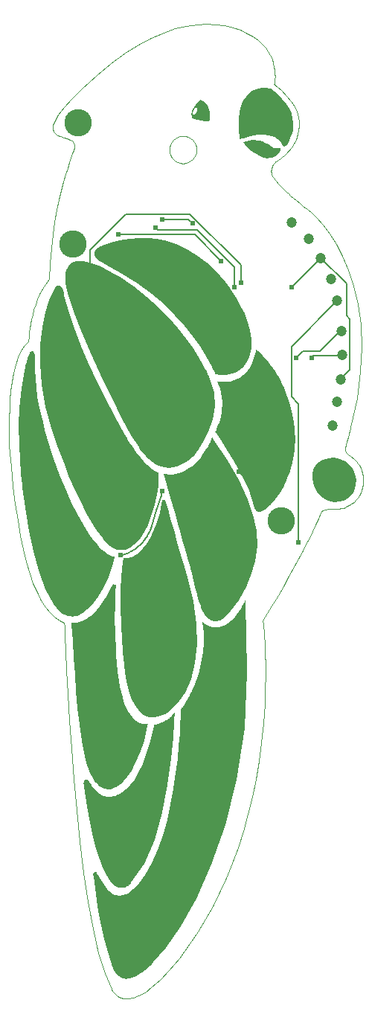
<source format=gbl>
G04 EAGLE Gerber RS-274X export*
G75*
%MOMM*%
%FSLAX34Y34*%
%LPD*%
%INBottom layer*%
%IPPOS*%
%AMOC8*
5,1,8,0,0,1.08239X$1,22.5*%
G01*
%ADD10C,0.001000*%
%ADD11C,0.654800*%
%ADD12R,0.500000X0.500000*%
%ADD13C,1.200000*%
%ADD14C,3.116000*%
%ADD15C,0.152400*%
%ADD16C,0.609600*%

G36*
X178139Y54180D02*
X178139Y54180D01*
X179795Y55345D01*
X181504Y56624D01*
X183267Y58022D01*
X185084Y59542D01*
X186958Y61187D01*
X188889Y62962D01*
X190879Y64869D01*
X190879Y64870D01*
X192929Y66914D01*
X207109Y83553D01*
X207109Y83554D01*
X223727Y107788D01*
X223727Y107789D01*
X241438Y139330D01*
X241438Y139331D01*
X258897Y177891D01*
X274760Y223182D01*
X287681Y274916D01*
X296315Y332803D01*
X296315Y332804D01*
X299318Y396557D01*
X299235Y402738D01*
X299043Y412721D01*
X298777Y425081D01*
X298477Y438393D01*
X298179Y451230D01*
X297920Y462166D01*
X297739Y469775D01*
X297671Y472632D01*
X297652Y473462D01*
X297632Y474292D01*
X297612Y475123D01*
X297592Y475953D01*
X297572Y476783D01*
X297553Y477614D01*
X297533Y478444D01*
X297513Y479274D01*
X297512Y479275D01*
X297511Y479277D01*
X297510Y479277D01*
X297509Y479278D01*
X297507Y479277D01*
X297505Y479276D01*
X297111Y478544D01*
X296716Y477812D01*
X296322Y477080D01*
X295927Y476348D01*
X295533Y475616D01*
X295138Y474884D01*
X294744Y474152D01*
X294349Y473419D01*
X292121Y469482D01*
X289899Y465952D01*
X287689Y462808D01*
X285498Y460031D01*
X283334Y457601D01*
X281203Y455497D01*
X279111Y453701D01*
X277066Y452192D01*
X274423Y450592D01*
X271877Y449404D01*
X269438Y448584D01*
X267112Y448088D01*
X264909Y447872D01*
X262834Y447891D01*
X260897Y448101D01*
X259104Y448458D01*
X258268Y448688D01*
X257473Y448940D01*
X256721Y449208D01*
X256016Y449488D01*
X255357Y449775D01*
X254749Y450063D01*
X254192Y450346D01*
X253689Y450621D01*
X253242Y450883D01*
X252857Y451121D01*
X252532Y451333D01*
X252267Y451515D01*
X252061Y451663D01*
X251915Y451772D01*
X251826Y451840D01*
X251795Y451861D01*
X251371Y452209D01*
X250948Y452557D01*
X250524Y452905D01*
X250100Y453253D01*
X249676Y453601D01*
X249253Y453949D01*
X248829Y454297D01*
X248405Y454645D01*
X248404Y454645D01*
X248403Y454646D01*
X248402Y454645D01*
X248400Y454645D01*
X248400Y454643D01*
X248398Y454641D01*
X248463Y454098D01*
X248527Y453554D01*
X248592Y453011D01*
X248656Y452467D01*
X248721Y451924D01*
X248786Y451380D01*
X248850Y450837D01*
X248915Y450294D01*
X249768Y439682D01*
X249822Y429582D01*
X249180Y420016D01*
X247945Y411010D01*
X246218Y402586D01*
X244103Y394769D01*
X241702Y387582D01*
X239117Y381049D01*
X237790Y378034D01*
X236455Y375192D01*
X235126Y372526D01*
X233816Y370040D01*
X232537Y367736D01*
X231304Y365617D01*
X230128Y363688D01*
X229024Y361950D01*
X228002Y360410D01*
X227079Y359072D01*
X226267Y357936D01*
X225576Y357004D01*
X225019Y356277D01*
X224607Y355754D01*
X224351Y355438D01*
X224263Y355329D01*
X224211Y355270D01*
X224160Y355210D01*
X224108Y355151D01*
X224056Y355091D01*
X224005Y355032D01*
X223953Y354973D01*
X223901Y354913D01*
X223849Y354854D01*
X223850Y354852D01*
X223848Y354851D01*
X223848Y354770D01*
X223847Y354689D01*
X223846Y354608D01*
X223845Y354527D01*
X223844Y354446D01*
X223843Y354365D01*
X223842Y354284D01*
X223841Y354203D01*
X223807Y352262D01*
X223650Y346796D01*
X223291Y338243D01*
X222649Y327038D01*
X221647Y313619D01*
X221647Y313618D01*
X220202Y298421D01*
X218236Y281882D01*
X215670Y264439D01*
X212445Y246553D01*
X208447Y228663D01*
X203611Y211210D01*
X197877Y194637D01*
X191179Y179386D01*
X183455Y165900D01*
X174642Y154621D01*
X164677Y145992D01*
X164659Y145982D01*
X164659Y145981D01*
X164659Y145982D01*
X164641Y145970D01*
X164623Y145959D01*
X164606Y145947D01*
X164588Y145936D01*
X164570Y145924D01*
X164553Y145913D01*
X164536Y145903D01*
X164536Y145902D01*
X164275Y145733D01*
X163701Y145394D01*
X162841Y144940D01*
X161728Y144425D01*
X160389Y143902D01*
X158854Y143425D01*
X157153Y143047D01*
X155315Y142823D01*
X153372Y142806D01*
X151338Y143023D01*
X149231Y143535D01*
X147067Y144403D01*
X144863Y145690D01*
X142634Y147457D01*
X140398Y149764D01*
X138170Y152675D01*
X136322Y155454D01*
X134686Y158023D01*
X133249Y160368D01*
X131997Y162473D01*
X130918Y164325D01*
X129997Y165911D01*
X129222Y167215D01*
X128579Y168225D01*
X128487Y168362D01*
X128397Y168492D01*
X128307Y168617D01*
X128215Y168738D01*
X128120Y168856D01*
X128120Y168857D01*
X128019Y168973D01*
X127910Y169089D01*
X127793Y169205D01*
X127684Y169308D01*
X127684Y169309D01*
X127507Y169447D01*
X127266Y169593D01*
X127265Y169594D01*
X126965Y169721D01*
X126964Y169720D01*
X126964Y169721D01*
X126608Y169802D01*
X126607Y169802D01*
X126200Y169810D01*
X126199Y169810D01*
X125746Y169719D01*
X125745Y169719D01*
X125249Y169502D01*
X125248Y169501D01*
X125247Y169501D01*
X124830Y169040D01*
X124559Y168652D01*
X124559Y168651D01*
X124403Y168321D01*
X124403Y168320D01*
X124332Y168033D01*
X124332Y168032D01*
X124317Y167774D01*
X124326Y167531D01*
X124330Y167288D01*
X124299Y167032D01*
X124299Y167031D01*
X124304Y166760D01*
X124315Y166471D01*
X124332Y166164D01*
X124354Y165838D01*
X124380Y165491D01*
X124412Y165121D01*
X124448Y164728D01*
X124488Y164309D01*
X127022Y143877D01*
X130105Y125060D01*
X133465Y108198D01*
X136828Y93632D01*
X136828Y93631D01*
X139920Y81702D01*
X139921Y81702D01*
X142471Y72749D01*
X144204Y67114D01*
X144849Y65138D01*
X145201Y64076D01*
X145600Y62933D01*
X146052Y61726D01*
X146563Y60473D01*
X147139Y59189D01*
X147786Y57893D01*
X148510Y56602D01*
X149318Y55332D01*
X150227Y54080D01*
X150228Y54080D01*
X150227Y54080D01*
X151247Y52884D01*
X151248Y52884D01*
X152382Y51767D01*
X153634Y50753D01*
X153635Y50752D01*
X155008Y49865D01*
X155009Y49865D01*
X156508Y49128D01*
X156508Y49127D01*
X158136Y48564D01*
X158137Y48564D01*
X159897Y48199D01*
X159898Y48199D01*
X161775Y48049D01*
X161776Y48050D01*
X161776Y48049D01*
X163759Y48131D01*
X163760Y48132D01*
X163760Y48131D01*
X165853Y48457D01*
X165854Y48457D01*
X168062Y49039D01*
X168062Y49040D01*
X170390Y49890D01*
X170391Y49891D01*
X172843Y51023D01*
X175424Y52448D01*
X178138Y54180D01*
X178139Y54180D01*
G37*
G36*
X214899Y629977D02*
X214899Y629977D01*
X214899Y629978D01*
X219698Y631106D01*
X219699Y631106D01*
X224699Y633128D01*
X229870Y636153D01*
X229886Y636164D01*
X229902Y636175D01*
X229919Y636186D01*
X229936Y636198D01*
X229952Y636210D01*
X229969Y636221D01*
X229985Y636232D01*
X230001Y636243D01*
X230996Y636937D01*
X231995Y637670D01*
X231996Y637670D01*
X233000Y638443D01*
X234009Y639256D01*
X235024Y640109D01*
X235024Y640110D01*
X236043Y641004D01*
X237068Y641941D01*
X238098Y642920D01*
X239795Y644949D01*
X244006Y650562D01*
X244006Y650563D01*
X244007Y650563D01*
X249556Y659289D01*
X249555Y659289D01*
X249556Y659289D01*
X255264Y670658D01*
X255264Y670659D01*
X259954Y684200D01*
X262448Y699443D01*
X262447Y699443D01*
X262448Y699444D01*
X261567Y715917D01*
X261566Y715918D01*
X261567Y715918D01*
X256134Y733151D01*
X256131Y733153D01*
X256130Y733154D01*
X256129Y733154D01*
X255717Y734069D01*
X254764Y736084D01*
X254763Y736084D01*
X254764Y736084D01*
X253258Y739109D01*
X251189Y743054D01*
X248545Y747832D01*
X245312Y753353D01*
X241480Y759530D01*
X237037Y766273D01*
X229476Y776887D01*
X220564Y788237D01*
X210264Y800053D01*
X210263Y800053D01*
X198537Y812062D01*
X185347Y823993D01*
X185346Y823993D01*
X170655Y835575D01*
X170655Y835576D01*
X154426Y846537D01*
X136621Y856605D01*
X136335Y856758D01*
X135526Y857176D01*
X134248Y857809D01*
X132554Y858606D01*
X130500Y859517D01*
X128138Y860490D01*
X125523Y861475D01*
X122709Y862421D01*
X119751Y863267D01*
X119750Y863267D01*
X116688Y863987D01*
X113572Y864515D01*
X113571Y864515D01*
X110452Y864789D01*
X110452Y864788D01*
X110452Y864789D01*
X107380Y864743D01*
X104405Y864315D01*
X101578Y863441D01*
X101578Y863440D01*
X101577Y863440D01*
X98949Y862055D01*
X98948Y862055D01*
X96635Y860039D01*
X96634Y860039D01*
X94779Y857466D01*
X94779Y857465D01*
X94778Y857465D01*
X93419Y854299D01*
X93420Y854298D01*
X93419Y854298D01*
X92595Y850499D01*
X92343Y846032D01*
X92343Y846031D01*
X92702Y840859D01*
X92702Y840858D01*
X93710Y834943D01*
X95405Y828247D01*
X102360Y806975D01*
X111528Y783043D01*
X122250Y757689D01*
X133866Y732153D01*
X145717Y707675D01*
X157143Y685492D01*
X167486Y666846D01*
X167486Y666845D01*
X176086Y652973D01*
X176861Y651850D01*
X177609Y650791D01*
X178331Y649798D01*
X178331Y649797D01*
X179028Y648870D01*
X179699Y648010D01*
X179700Y648010D01*
X180347Y647218D01*
X180347Y647217D01*
X180971Y646494D01*
X181571Y645841D01*
X182014Y645243D01*
X182829Y644212D01*
X184005Y642838D01*
X185533Y641209D01*
X185533Y641208D01*
X187402Y639411D01*
X187403Y639411D01*
X189602Y637534D01*
X192123Y635666D01*
X192123Y635665D01*
X194953Y633893D01*
X198303Y632202D01*
X202002Y630855D01*
X202003Y630855D01*
X202003Y630854D01*
X206021Y629962D01*
X206022Y629961D01*
X210330Y629633D01*
X214899Y629977D01*
G37*
G36*
X156543Y535752D02*
X156543Y535752D01*
X158753Y535988D01*
X158753Y535989D01*
X158753Y535988D01*
X160875Y536452D01*
X160875Y536453D01*
X160875Y536452D01*
X162903Y537114D01*
X162903Y537115D01*
X164830Y537945D01*
X164831Y537945D01*
X166652Y538914D01*
X166652Y538915D01*
X168361Y539994D01*
X168362Y539994D01*
X170938Y541943D01*
X173217Y544000D01*
X173218Y544000D01*
X175186Y546053D01*
X175187Y546053D01*
X176832Y547991D01*
X178141Y549701D01*
X179100Y551072D01*
X179697Y551992D01*
X179918Y552349D01*
X186433Y564295D01*
X186433Y564296D01*
X191257Y576440D01*
X194642Y588233D01*
X196843Y599125D01*
X198115Y608566D01*
X198711Y616006D01*
X198886Y620896D01*
X198894Y622686D01*
X198894Y622687D01*
X198890Y622844D01*
X198886Y623002D01*
X198882Y623159D01*
X198874Y623475D01*
X198870Y623632D01*
X198867Y623790D01*
X198863Y623947D01*
X198860Y623950D01*
X198860Y623951D01*
X198710Y623999D01*
X198561Y624046D01*
X198411Y624093D01*
X198262Y624141D01*
X198112Y624188D01*
X197963Y624236D01*
X197814Y624283D01*
X197664Y624330D01*
X197638Y624339D01*
X197558Y624368D01*
X197421Y624423D01*
X197225Y624507D01*
X196967Y624624D01*
X196645Y624780D01*
X196255Y624979D01*
X195795Y625226D01*
X194026Y626283D01*
X191724Y627879D01*
X188920Y630106D01*
X185645Y633058D01*
X181933Y636826D01*
X177815Y641505D01*
X173322Y647186D01*
X168487Y653963D01*
X167038Y656124D01*
X165565Y658385D01*
X164068Y660750D01*
X162549Y663218D01*
X161007Y665794D01*
X159444Y668478D01*
X157861Y671272D01*
X156257Y674179D01*
X147384Y690670D01*
X138228Y708253D01*
X129038Y726736D01*
X120062Y745925D01*
X111547Y765629D01*
X103743Y785653D01*
X96898Y805805D01*
X91259Y825893D01*
X91221Y826119D01*
X91117Y826794D01*
X90934Y827822D01*
X90659Y829108D01*
X90281Y830557D01*
X89788Y832074D01*
X89787Y832074D01*
X89166Y833565D01*
X88406Y834934D01*
X88405Y834934D01*
X88196Y835225D01*
X87970Y835510D01*
X87724Y835786D01*
X87723Y835786D01*
X87455Y836048D01*
X87160Y836291D01*
X87160Y836292D01*
X86838Y836513D01*
X86837Y836513D01*
X86483Y836708D01*
X86095Y836872D01*
X85679Y836996D01*
X85678Y836996D01*
X85245Y837061D01*
X85245Y837060D01*
X85244Y837061D01*
X84802Y837067D01*
X84358Y837019D01*
X83920Y836920D01*
X83920Y836919D01*
X83495Y836770D01*
X83091Y836574D01*
X82715Y836334D01*
X82287Y836011D01*
X82287Y836010D01*
X81876Y835644D01*
X81875Y835644D01*
X81477Y835232D01*
X81087Y834773D01*
X81087Y834772D01*
X80704Y834264D01*
X80324Y833705D01*
X79943Y833093D01*
X79558Y832426D01*
X74262Y820977D01*
X74261Y820977D01*
X69613Y806571D01*
X66009Y789450D01*
X66010Y789450D01*
X66009Y789450D01*
X63847Y769858D01*
X63847Y769857D01*
X63523Y748037D01*
X63523Y748036D01*
X65433Y724230D01*
X65434Y724230D01*
X65433Y724230D01*
X69975Y698682D01*
X69976Y698681D01*
X77546Y671633D01*
X84128Y652559D01*
X90709Y634830D01*
X97251Y618472D01*
X97252Y618472D01*
X103719Y603511D01*
X110074Y589973D01*
X116280Y577884D01*
X122299Y567270D01*
X128096Y558157D01*
X131385Y553534D01*
X134570Y549426D01*
X137658Y545842D01*
X137659Y545842D01*
X140657Y542791D01*
X140657Y542790D01*
X143572Y540280D01*
X143573Y540280D01*
X146411Y538319D01*
X149179Y536916D01*
X151883Y536079D01*
X151884Y536080D01*
X151884Y536079D01*
X154251Y535772D01*
X154251Y535773D01*
X154252Y535772D01*
X156543Y535752D01*
X156543Y535752D01*
G37*
G36*
X193457Y345690D02*
X193457Y345690D01*
X193457Y345689D01*
X198022Y346425D01*
X198023Y346426D01*
X202887Y348136D01*
X203833Y348559D01*
X204769Y349005D01*
X205697Y349475D01*
X206616Y349969D01*
X207527Y350486D01*
X208428Y351026D01*
X209321Y351588D01*
X210205Y352174D01*
X210218Y352183D01*
X210231Y352191D01*
X210268Y352217D01*
X210281Y352226D01*
X210293Y352234D01*
X210306Y352243D01*
X220522Y361407D01*
X220523Y361407D01*
X229120Y373794D01*
X229120Y373795D01*
X229121Y373795D01*
X235826Y389214D01*
X235826Y389215D01*
X240366Y407475D01*
X240366Y407476D01*
X242465Y428387D01*
X242464Y428387D01*
X242465Y428388D01*
X241849Y451758D01*
X238245Y477397D01*
X238244Y477397D01*
X238245Y477397D01*
X231377Y505113D01*
X228034Y516442D01*
X228034Y516443D01*
X224142Y529914D01*
X220007Y544404D01*
X215936Y558787D01*
X212234Y571938D01*
X209208Y582733D01*
X207162Y590048D01*
X206404Y592757D01*
X206400Y592759D01*
X206400Y592760D01*
X205971Y592742D01*
X205542Y592725D01*
X205113Y592708D01*
X204684Y592691D01*
X204255Y592673D01*
X203826Y592656D01*
X203397Y592639D01*
X202968Y592622D01*
X202966Y592619D01*
X202964Y592618D01*
X199924Y578923D01*
X196509Y567266D01*
X192817Y557484D01*
X188942Y549413D01*
X184982Y542891D01*
X181030Y537754D01*
X177185Y533838D01*
X173541Y530982D01*
X172117Y530070D01*
X170746Y529295D01*
X169433Y528647D01*
X168186Y528114D01*
X167009Y527685D01*
X165908Y527349D01*
X164889Y527094D01*
X163959Y526910D01*
X163528Y526843D01*
X163120Y526789D01*
X162738Y526749D01*
X162381Y526719D01*
X162050Y526699D01*
X161747Y526687D01*
X161471Y526682D01*
X161224Y526683D01*
X161011Y526685D01*
X160832Y526692D01*
X160686Y526702D01*
X160571Y526712D01*
X160485Y526722D01*
X160426Y526729D01*
X160392Y526733D01*
X160391Y526732D01*
X160390Y526733D01*
X160380Y526731D01*
X160193Y526761D01*
X160005Y526791D01*
X159816Y526821D01*
X159628Y526851D01*
X159440Y526882D01*
X159252Y526912D01*
X159064Y526942D01*
X158875Y526972D01*
X158871Y526969D01*
X158813Y526789D01*
X158756Y526609D01*
X158699Y526429D01*
X158641Y526249D01*
X158584Y526069D01*
X158527Y525889D01*
X158470Y525709D01*
X158412Y525529D01*
X158126Y524404D01*
X157497Y520981D01*
X156735Y514689D01*
X156046Y504960D01*
X155640Y491223D01*
X155723Y472908D01*
X156505Y449446D01*
X158192Y420266D01*
X158255Y418408D01*
X158255Y418407D01*
X158511Y413357D01*
X159117Y405849D01*
X160231Y396618D01*
X162009Y386398D01*
X164609Y375924D01*
X168188Y365930D01*
X168188Y365929D01*
X172903Y357150D01*
X175463Y353759D01*
X178382Y350852D01*
X178382Y350851D01*
X181651Y348509D01*
X181652Y348509D01*
X185260Y346813D01*
X185261Y346813D01*
X189199Y345846D01*
X193456Y345689D01*
X193457Y345690D01*
G37*
G36*
X100479Y460328D02*
X100479Y460328D01*
X102789Y460556D01*
X102790Y460556D01*
X105132Y461087D01*
X105133Y461087D01*
X107501Y461925D01*
X107502Y461925D01*
X109889Y463076D01*
X109889Y463077D01*
X109890Y463077D01*
X112289Y464546D01*
X112301Y464555D01*
X112313Y464563D01*
X112325Y464572D01*
X112349Y464589D01*
X112361Y464598D01*
X112373Y464606D01*
X112385Y464615D01*
X112386Y464615D01*
X122096Y472869D01*
X122096Y472870D01*
X129986Y482513D01*
X129987Y482513D01*
X136221Y492781D01*
X140961Y502907D01*
X140961Y502908D01*
X140962Y502908D01*
X144372Y512127D01*
X144372Y512128D01*
X146615Y519676D01*
X147853Y524788D01*
X148251Y526698D01*
X148289Y526915D01*
X148327Y527131D01*
X148364Y527347D01*
X148402Y527563D01*
X148440Y527779D01*
X148478Y527995D01*
X148516Y528212D01*
X148554Y528428D01*
X148551Y528433D01*
X148551Y528432D01*
X148551Y528433D01*
X148337Y528472D01*
X148123Y528510D01*
X147910Y528549D01*
X147696Y528588D01*
X147483Y528627D01*
X147269Y528665D01*
X147055Y528704D01*
X146842Y528743D01*
X144160Y529555D01*
X141189Y531098D01*
X137967Y533356D01*
X134524Y536318D01*
X130897Y539966D01*
X127120Y544287D01*
X123226Y549266D01*
X119249Y554889D01*
X112846Y564943D01*
X106338Y576447D01*
X99802Y589335D01*
X93313Y603539D01*
X86945Y618994D01*
X80775Y635632D01*
X74877Y653388D01*
X69327Y672194D01*
X66865Y681533D01*
X64603Y691148D01*
X62590Y700979D01*
X60875Y710963D01*
X59508Y721041D01*
X58536Y731149D01*
X58010Y741228D01*
X57979Y751216D01*
X57954Y751597D01*
X57955Y752466D01*
X57948Y753705D01*
X57899Y755194D01*
X57899Y755195D01*
X57775Y756814D01*
X57542Y758444D01*
X57166Y759965D01*
X56614Y761257D01*
X56614Y761258D01*
X56513Y761398D01*
X56513Y761399D01*
X56395Y761544D01*
X56395Y761545D01*
X56259Y761691D01*
X56259Y761692D01*
X56102Y761835D01*
X55924Y761972D01*
X55923Y761972D01*
X55720Y762098D01*
X55491Y762208D01*
X55234Y762300D01*
X55233Y762299D01*
X55233Y762300D01*
X54960Y762361D01*
X54959Y762361D01*
X54684Y762383D01*
X54683Y762383D01*
X54412Y762371D01*
X54411Y762371D01*
X54148Y762328D01*
X53898Y762260D01*
X53667Y762171D01*
X53667Y762170D01*
X53459Y762065D01*
X53280Y761948D01*
X53280Y761947D01*
X52780Y761501D01*
X52780Y761500D01*
X52779Y761500D01*
X52343Y760998D01*
X52343Y760997D01*
X52342Y760997D01*
X51952Y760424D01*
X51952Y760423D01*
X51951Y760423D01*
X51589Y759763D01*
X51237Y759000D01*
X50879Y758121D01*
X50880Y758121D01*
X50879Y758121D01*
X50498Y757110D01*
X50075Y755951D01*
X49645Y754644D01*
X49193Y753177D01*
X48717Y751543D01*
X48217Y749734D01*
X47690Y747742D01*
X47136Y745560D01*
X46553Y743179D01*
X45940Y740592D01*
X42308Y719949D01*
X40346Y698247D01*
X39688Y676660D01*
X39969Y656360D01*
X40823Y638521D01*
X41885Y624315D01*
X42790Y614916D01*
X43171Y611496D01*
X43674Y607142D01*
X45172Y595403D01*
X47731Y578154D01*
X51417Y557266D01*
X56297Y534611D01*
X62436Y512063D01*
X62436Y512062D01*
X69901Y491492D01*
X78759Y474773D01*
X78759Y474772D01*
X80437Y472424D01*
X82167Y470245D01*
X82168Y470245D01*
X82168Y470244D01*
X83953Y468247D01*
X83953Y468246D01*
X85796Y466442D01*
X87701Y464844D01*
X87701Y464843D01*
X89670Y463463D01*
X91707Y462312D01*
X91708Y462312D01*
X93816Y461404D01*
X95985Y460757D01*
X95986Y460757D01*
X98208Y460397D01*
X98209Y460397D01*
X98209Y460396D01*
X100479Y460328D01*
X100479Y460328D01*
G37*
G36*
X264268Y455094D02*
X264268Y455094D01*
X265653Y455290D01*
X267023Y455632D01*
X267024Y455632D01*
X268377Y456110D01*
X268378Y456110D01*
X269713Y456712D01*
X271027Y457428D01*
X272317Y458248D01*
X272322Y458252D01*
X272327Y458255D01*
X272332Y458259D01*
X272336Y458262D01*
X272341Y458266D01*
X272346Y458269D01*
X272350Y458272D01*
X272350Y458273D01*
X272355Y458276D01*
X278451Y463608D01*
X278451Y463609D01*
X278452Y463609D01*
X284219Y470563D01*
X284219Y470564D01*
X289510Y478424D01*
X294178Y486471D01*
X298075Y493989D01*
X301055Y500259D01*
X302970Y504563D01*
X303673Y506185D01*
X303672Y506186D01*
X303673Y506186D01*
X308882Y523483D01*
X308881Y523484D01*
X308882Y523484D01*
X311031Y540723D01*
X311031Y540724D01*
X310153Y558237D01*
X310152Y558237D01*
X310153Y558237D01*
X306277Y576358D01*
X299436Y595419D01*
X289661Y615754D01*
X289660Y615754D01*
X289661Y615754D01*
X276982Y637696D01*
X261432Y661577D01*
X261194Y661926D01*
X260957Y662275D01*
X260720Y662623D01*
X260483Y662972D01*
X260245Y663321D01*
X260008Y663670D01*
X259771Y664019D01*
X259534Y664367D01*
X259533Y664368D01*
X259532Y664369D01*
X259531Y664368D01*
X259528Y664369D01*
X259528Y664367D01*
X259526Y664367D01*
X259376Y663973D01*
X259225Y663579D01*
X259074Y663186D01*
X258923Y662792D01*
X258773Y662399D01*
X258622Y662005D01*
X258471Y661611D01*
X258320Y661218D01*
X258223Y660980D01*
X257939Y660300D01*
X257466Y659222D01*
X256802Y657788D01*
X255944Y656041D01*
X254892Y654026D01*
X253643Y651784D01*
X252195Y649361D01*
X252195Y649360D01*
X250551Y646799D01*
X248711Y644151D01*
X246674Y641464D01*
X244442Y638780D01*
X242017Y636147D01*
X239398Y633609D01*
X236587Y631213D01*
X233586Y629001D01*
X230782Y627244D01*
X227836Y625690D01*
X224743Y624368D01*
X221500Y623307D01*
X218105Y622536D01*
X214553Y622082D01*
X210841Y621975D01*
X206965Y622243D01*
X206636Y622281D01*
X206307Y622318D01*
X205978Y622356D01*
X205649Y622394D01*
X205320Y622432D01*
X204991Y622470D01*
X204333Y622546D01*
X204333Y622545D01*
X204332Y622546D01*
X204331Y622544D01*
X204329Y622543D01*
X204329Y622541D01*
X204329Y622540D01*
X204419Y622223D01*
X204510Y621907D01*
X204600Y621590D01*
X204691Y621273D01*
X204781Y620956D01*
X204871Y620639D01*
X204962Y620322D01*
X205052Y620005D01*
X210322Y601482D01*
X214418Y587102D01*
X217680Y575678D01*
X220449Y566021D01*
X223066Y556943D01*
X225873Y547256D01*
X229210Y535772D01*
X233419Y521303D01*
X233812Y519686D01*
X234878Y515334D01*
X236428Y509045D01*
X238277Y501616D01*
X240238Y493844D01*
X242123Y486526D01*
X243745Y480459D01*
X244919Y476441D01*
X245640Y474311D01*
X246378Y472306D01*
X246378Y472305D01*
X247132Y470423D01*
X247133Y470423D01*
X247904Y468660D01*
X248693Y467015D01*
X249500Y465484D01*
X250325Y464066D01*
X250325Y464065D01*
X251169Y462756D01*
X252325Y461171D01*
X253523Y459769D01*
X254761Y458550D01*
X256036Y457514D01*
X257347Y456660D01*
X257347Y456659D01*
X258690Y455986D01*
X260063Y455494D01*
X260064Y455494D01*
X261465Y455182D01*
X261466Y455182D01*
X262871Y455054D01*
X262872Y455055D01*
X262872Y455054D01*
X264268Y455094D01*
G37*
G36*
X275949Y735242D02*
X275949Y735242D01*
X275950Y735242D01*
X279305Y735682D01*
X282382Y736415D01*
X282383Y736415D01*
X285189Y737402D01*
X287731Y738608D01*
X290015Y739995D01*
X290021Y740000D01*
X290027Y740004D01*
X290033Y740008D01*
X290039Y740013D01*
X290045Y740017D01*
X290051Y740021D01*
X290057Y740025D01*
X290063Y740030D01*
X293139Y742468D01*
X293139Y742469D01*
X293140Y742469D01*
X295643Y745067D01*
X297625Y747679D01*
X299137Y750157D01*
X300229Y752355D01*
X300953Y754127D01*
X301361Y755325D01*
X301360Y755325D01*
X301361Y755325D01*
X301502Y755803D01*
X301502Y755804D01*
X303907Y765554D01*
X303907Y765555D01*
X304263Y775553D01*
X304263Y775554D01*
X302907Y785613D01*
X300177Y795543D01*
X300177Y795544D01*
X296411Y805157D01*
X291947Y814264D01*
X291947Y814265D01*
X287124Y822678D01*
X282278Y830208D01*
X279581Y834073D01*
X277041Y837546D01*
X274719Y840590D01*
X272677Y843167D01*
X270979Y845240D01*
X269685Y846772D01*
X268858Y847724D01*
X268560Y848060D01*
X268559Y848060D01*
X268559Y848061D01*
X256605Y860130D01*
X256604Y860130D01*
X244501Y869860D01*
X244501Y869861D01*
X232379Y877466D01*
X220368Y883158D01*
X220367Y883158D01*
X220367Y883159D01*
X208595Y887152D01*
X208595Y887151D01*
X208595Y887152D01*
X197192Y889658D01*
X197191Y889658D01*
X186286Y890891D01*
X176007Y891064D01*
X166743Y890436D01*
X166742Y890436D01*
X158296Y889221D01*
X150778Y887617D01*
X144300Y885822D01*
X144299Y885822D01*
X138971Y884032D01*
X134903Y882446D01*
X134903Y882445D01*
X132206Y881260D01*
X130992Y880673D01*
X130697Y880528D01*
X130411Y880382D01*
X130134Y880234D01*
X129866Y880085D01*
X129605Y879934D01*
X129353Y879781D01*
X129107Y879625D01*
X128869Y879467D01*
X128170Y878958D01*
X128169Y878958D01*
X127541Y878417D01*
X127541Y878416D01*
X126987Y877844D01*
X126510Y877244D01*
X126510Y877243D01*
X126114Y876617D01*
X126113Y876617D01*
X125800Y875967D01*
X125573Y875296D01*
X125574Y875296D01*
X125573Y875296D01*
X125436Y874606D01*
X125383Y873917D01*
X125384Y873916D01*
X125383Y873916D01*
X125412Y873245D01*
X125514Y872592D01*
X125680Y871959D01*
X125681Y871959D01*
X125904Y871348D01*
X125904Y871347D01*
X126176Y870758D01*
X126177Y870758D01*
X126490Y870191D01*
X126835Y869649D01*
X126836Y869649D01*
X128287Y867881D01*
X129984Y866271D01*
X129985Y866271D01*
X131793Y864842D01*
X131794Y864842D01*
X133580Y863617D01*
X133580Y863616D01*
X135211Y862616D01*
X135212Y862616D01*
X136553Y861862D01*
X137472Y861379D01*
X137834Y861187D01*
X157402Y850704D01*
X175073Y839350D01*
X190913Y827404D01*
X204985Y815149D01*
X217353Y802866D01*
X228085Y790834D01*
X237242Y779336D01*
X244892Y768653D01*
X249283Y761970D01*
X253014Y755898D01*
X256110Y750521D01*
X258593Y745927D01*
X260487Y742202D01*
X261815Y739432D01*
X262599Y737704D01*
X262864Y737104D01*
X262864Y737103D01*
X262909Y736995D01*
X262955Y736886D01*
X263000Y736778D01*
X263045Y736669D01*
X263090Y736561D01*
X263136Y736452D01*
X263181Y736344D01*
X263226Y736235D01*
X263228Y736234D01*
X263229Y736233D01*
X263345Y736209D01*
X263461Y736186D01*
X263577Y736163D01*
X263693Y736140D01*
X263808Y736116D01*
X263924Y736093D01*
X264040Y736070D01*
X264156Y736046D01*
X264156Y736047D01*
X264156Y736046D01*
X268381Y735387D01*
X268382Y735387D01*
X272311Y735131D01*
X272311Y735132D01*
X272311Y735131D01*
X275949Y735242D01*
G37*
G36*
X142111Y263750D02*
X142111Y263750D01*
X144005Y263935D01*
X145921Y264363D01*
X147850Y265040D01*
X147851Y265040D01*
X149784Y265971D01*
X149785Y265972D01*
X151715Y267163D01*
X151727Y267170D01*
X151756Y267187D01*
X151795Y267208D01*
X151843Y267235D01*
X151900Y267266D01*
X151901Y267266D01*
X151968Y267310D01*
X152043Y267359D01*
X152126Y267414D01*
X152216Y267474D01*
X152315Y267539D01*
X152421Y267610D01*
X152536Y267687D01*
X152659Y267769D01*
X152666Y267774D01*
X152674Y267779D01*
X152682Y267785D01*
X152690Y267790D01*
X152697Y267795D01*
X152705Y267800D01*
X152713Y267805D01*
X152721Y267810D01*
X152721Y267811D01*
X155186Y269699D01*
X155186Y269700D01*
X155187Y269700D01*
X158688Y273002D01*
X162947Y277952D01*
X162947Y277953D01*
X167686Y284786D01*
X167686Y284787D01*
X172627Y293740D01*
X177492Y305047D01*
X177492Y305048D01*
X182004Y318945D01*
X185885Y335668D01*
X185943Y335970D01*
X186000Y336272D01*
X186058Y336575D01*
X186116Y336877D01*
X186174Y337179D01*
X186231Y337482D01*
X186289Y337784D01*
X186347Y338086D01*
X186347Y338087D01*
X186346Y338088D01*
X186344Y338091D01*
X186343Y338090D01*
X186343Y338091D01*
X186342Y338091D01*
X186037Y338048D01*
X185732Y338005D01*
X185122Y337919D01*
X184818Y337876D01*
X184513Y337833D01*
X184208Y337790D01*
X183903Y337747D01*
X183883Y337744D01*
X183824Y337737D01*
X183823Y337737D01*
X183721Y337729D01*
X183576Y337722D01*
X183385Y337718D01*
X183148Y337721D01*
X182862Y337731D01*
X182525Y337754D01*
X181256Y337917D01*
X179661Y338278D01*
X177787Y338921D01*
X175685Y339931D01*
X173402Y341394D01*
X170988Y343395D01*
X168490Y346017D01*
X165958Y349348D01*
X164144Y352248D01*
X162364Y355601D01*
X160641Y359438D01*
X158997Y363790D01*
X157454Y368689D01*
X156034Y374166D01*
X154760Y380253D01*
X153653Y386980D01*
X152331Y397117D01*
X151265Y407199D01*
X150430Y417144D01*
X149805Y426869D01*
X149365Y436291D01*
X149087Y445327D01*
X148949Y453895D01*
X148926Y461910D01*
X148991Y469285D01*
X149125Y475938D01*
X149303Y481791D01*
X149502Y486762D01*
X149697Y490773D01*
X149866Y493741D01*
X149985Y495587D01*
X150028Y496231D01*
X150026Y496234D01*
X150025Y496235D01*
X149605Y496344D01*
X149185Y496452D01*
X148766Y496561D01*
X148346Y496669D01*
X147926Y496778D01*
X147506Y496886D01*
X147086Y496995D01*
X146666Y497103D01*
X146663Y497101D01*
X146662Y497101D01*
X142890Y489442D01*
X139111Y482726D01*
X135357Y476891D01*
X131656Y471877D01*
X128040Y467618D01*
X124539Y464055D01*
X121183Y461125D01*
X118003Y458766D01*
X116199Y457603D01*
X114472Y456608D01*
X112831Y455767D01*
X111279Y455067D01*
X109823Y454495D01*
X108468Y454039D01*
X107220Y453684D01*
X106085Y453419D01*
X105562Y453318D01*
X105562Y453317D01*
X105069Y453234D01*
X104607Y453166D01*
X104176Y453113D01*
X103778Y453072D01*
X103413Y453043D01*
X103082Y453024D01*
X102785Y453013D01*
X102528Y453008D01*
X102312Y453009D01*
X102135Y453014D01*
X101995Y453021D01*
X101890Y453028D01*
X101816Y453033D01*
X101772Y453036D01*
X101772Y453035D01*
X101771Y453036D01*
X101755Y453034D01*
X101489Y453066D01*
X101222Y453099D01*
X100956Y453132D01*
X100689Y453164D01*
X100423Y453197D01*
X100156Y453230D01*
X99889Y453263D01*
X99623Y453295D01*
X99622Y453295D01*
X99618Y453292D01*
X99619Y453291D01*
X99618Y453291D01*
X99638Y453022D01*
X99658Y452753D01*
X99678Y452485D01*
X99697Y452216D01*
X99717Y451947D01*
X99737Y451678D01*
X99757Y451410D01*
X99777Y451141D01*
X101044Y432677D01*
X102207Y413764D01*
X103399Y394585D01*
X104749Y375326D01*
X106389Y356170D01*
X108448Y337302D01*
X111058Y318907D01*
X114350Y301169D01*
X114350Y301168D01*
X115203Y297476D01*
X116187Y293855D01*
X117299Y290329D01*
X117300Y290329D01*
X117300Y290328D01*
X118538Y286919D01*
X119899Y283649D01*
X121380Y280541D01*
X122979Y277618D01*
X122979Y277617D01*
X124693Y274902D01*
X125974Y273116D01*
X127315Y271451D01*
X128716Y269917D01*
X130178Y268526D01*
X131702Y267288D01*
X131702Y267287D01*
X133287Y266213D01*
X133288Y266213D01*
X134936Y265313D01*
X134937Y265314D01*
X134937Y265313D01*
X136649Y264599D01*
X138424Y264088D01*
X138425Y264088D01*
X140248Y263803D01*
X142111Y263750D01*
X142111Y263750D01*
G37*
G36*
X313891Y579487D02*
X313891Y579487D01*
X313892Y579487D01*
X314575Y579602D01*
X314575Y579603D01*
X314575Y579602D01*
X315259Y579789D01*
X315260Y579789D01*
X315950Y580043D01*
X315950Y580044D01*
X316652Y580363D01*
X317369Y580744D01*
X317370Y580744D01*
X318107Y581184D01*
X318871Y581679D01*
X319652Y582231D01*
X320467Y582844D01*
X321320Y583517D01*
X322211Y584254D01*
X323145Y585054D01*
X324123Y585919D01*
X325148Y586849D01*
X326223Y587847D01*
X326224Y587847D01*
X331685Y593770D01*
X331685Y593771D01*
X336370Y600244D01*
X340312Y606939D01*
X340313Y606939D01*
X343547Y613529D01*
X343547Y613530D01*
X346108Y619687D01*
X346108Y619688D01*
X348030Y625086D01*
X349348Y629399D01*
X350096Y632297D01*
X350095Y632297D01*
X350421Y633345D01*
X350682Y634291D01*
X350885Y635134D01*
X351037Y635870D01*
X351146Y636497D01*
X351146Y636498D01*
X351219Y637014D01*
X351263Y637418D01*
X351262Y637418D01*
X351263Y637418D01*
X351284Y637707D01*
X351439Y638416D01*
X351588Y639126D01*
X351733Y639835D01*
X351872Y640543D01*
X352006Y641251D01*
X352135Y641958D01*
X352260Y642664D01*
X352380Y643370D01*
X352417Y643596D01*
X352452Y643821D01*
X352457Y643850D01*
X352462Y643884D01*
X352467Y643918D01*
X352472Y643952D01*
X352477Y643986D01*
X352478Y643986D01*
X352483Y644020D01*
X352486Y644042D01*
X352518Y644261D01*
X352549Y644478D01*
X352580Y644691D01*
X352611Y644900D01*
X352641Y645106D01*
X352719Y645633D01*
X352719Y645634D01*
X352795Y646161D01*
X352869Y646687D01*
X352940Y647214D01*
X353009Y647740D01*
X353075Y648266D01*
X353139Y648792D01*
X353199Y649317D01*
X353225Y649539D01*
X353252Y649761D01*
X353278Y649984D01*
X353303Y650208D01*
X353329Y650433D01*
X353353Y650659D01*
X353377Y650886D01*
X353399Y651115D01*
X353456Y651740D01*
X353511Y652366D01*
X353563Y652991D01*
X353612Y653616D01*
X353658Y654241D01*
X353700Y654867D01*
X353738Y655492D01*
X353771Y656117D01*
X353775Y656182D01*
X353781Y656256D01*
X353788Y656341D01*
X353796Y656436D01*
X353803Y656540D01*
X353810Y656654D01*
X353816Y656777D01*
X353820Y656910D01*
X353852Y657601D01*
X353879Y658295D01*
X353899Y658991D01*
X353915Y659688D01*
X353927Y660385D01*
X353935Y661081D01*
X353940Y661777D01*
X353944Y662470D01*
X353941Y662704D01*
X353937Y662934D01*
X353934Y663162D01*
X353929Y663387D01*
X353925Y663609D01*
X353921Y663829D01*
X353917Y664046D01*
X353913Y664262D01*
X353904Y664754D01*
X353904Y664755D01*
X353894Y665246D01*
X353883Y665736D01*
X353869Y666225D01*
X353854Y666714D01*
X353836Y667203D01*
X353815Y667692D01*
X353792Y668182D01*
X353781Y668430D01*
X353770Y668678D01*
X353758Y668927D01*
X353745Y669175D01*
X353731Y669423D01*
X353717Y669671D01*
X353702Y669919D01*
X353685Y670167D01*
X353654Y670680D01*
X353618Y671193D01*
X353580Y671704D01*
X353540Y672213D01*
X353498Y672722D01*
X353455Y673229D01*
X353411Y673735D01*
X353368Y674239D01*
X353351Y674423D01*
X353334Y674607D01*
X353318Y674793D01*
X353302Y674980D01*
X353285Y675168D01*
X353267Y675357D01*
X353248Y675548D01*
X353227Y675741D01*
X353157Y676396D01*
X353084Y677049D01*
X353007Y677700D01*
X352928Y678350D01*
X352845Y678999D01*
X352760Y679647D01*
X352671Y680295D01*
X352580Y680944D01*
X352579Y680944D01*
X352580Y680944D01*
X352538Y681211D01*
X352496Y681475D01*
X352453Y681737D01*
X352410Y681997D01*
X352367Y682255D01*
X352324Y682512D01*
X352281Y682769D01*
X352238Y683024D01*
X352175Y683431D01*
X352110Y683838D01*
X352043Y684246D01*
X351974Y684655D01*
X351903Y685064D01*
X351831Y685473D01*
X351758Y685882D01*
X351684Y686291D01*
X351631Y686578D01*
X351577Y686868D01*
X351523Y687158D01*
X351468Y687450D01*
X351412Y687742D01*
X351354Y688035D01*
X351294Y688327D01*
X351232Y688619D01*
X351158Y689004D01*
X351082Y689387D01*
X351004Y689768D01*
X350925Y690149D01*
X350845Y690528D01*
X350763Y690906D01*
X350680Y691283D01*
X350595Y691658D01*
X350535Y691928D01*
X350475Y692202D01*
X350415Y692478D01*
X350355Y692757D01*
X350293Y693039D01*
X350231Y693323D01*
X350166Y693609D01*
X350099Y693897D01*
X350099Y693898D01*
X349959Y694478D01*
X349818Y695055D01*
X349676Y695631D01*
X349532Y696204D01*
X349386Y696775D01*
X349238Y697345D01*
X349088Y697913D01*
X348935Y698479D01*
X348845Y698806D01*
X348755Y699131D01*
X348662Y699452D01*
X348570Y699771D01*
X348478Y700086D01*
X348387Y700399D01*
X348298Y700709D01*
X348211Y701015D01*
X348128Y701313D01*
X348043Y701613D01*
X347958Y701913D01*
X347872Y702214D01*
X347785Y702515D01*
X347698Y702816D01*
X347610Y703115D01*
X347522Y703413D01*
X347418Y703749D01*
X347315Y704085D01*
X347211Y704419D01*
X347107Y704753D01*
X347003Y705086D01*
X346899Y705417D01*
X346794Y705746D01*
X346688Y706073D01*
X346600Y706346D01*
X346511Y706618D01*
X346423Y706889D01*
X346334Y707158D01*
X346245Y707426D01*
X346157Y707693D01*
X346069Y707958D01*
X345982Y708223D01*
X345872Y708554D01*
X345762Y708886D01*
X345651Y709219D01*
X345540Y709552D01*
X345427Y709886D01*
X345313Y710219D01*
X345197Y710551D01*
X345079Y710882D01*
X345076Y710892D01*
X345073Y710901D01*
X345070Y710910D01*
X345067Y710920D01*
X345064Y710929D01*
X345061Y710939D01*
X345058Y710948D01*
X345055Y710958D01*
X343254Y715801D01*
X341366Y720389D01*
X339409Y724724D01*
X337400Y728808D01*
X337399Y728808D01*
X337399Y728809D01*
X335355Y732645D01*
X335355Y732646D01*
X333292Y736237D01*
X331229Y739586D01*
X329183Y742695D01*
X325828Y747391D01*
X322651Y751426D01*
X319734Y754811D01*
X317158Y757560D01*
X315004Y759683D01*
X315004Y759684D01*
X313352Y761195D01*
X312286Y762106D01*
X311884Y762430D01*
X311600Y762648D01*
X311316Y762865D01*
X311032Y763083D01*
X310748Y763301D01*
X310463Y763519D01*
X310179Y763737D01*
X309895Y763955D01*
X309611Y764173D01*
X309610Y764173D01*
X309609Y764173D01*
X309608Y764173D01*
X309605Y764172D01*
X309605Y764171D01*
X309604Y764170D01*
X309538Y763820D01*
X309471Y763469D01*
X309405Y763119D01*
X309339Y762768D01*
X309272Y762418D01*
X309206Y762067D01*
X309140Y761716D01*
X309073Y761366D01*
X307809Y755961D01*
X306246Y751167D01*
X304423Y746945D01*
X302376Y743256D01*
X300144Y740061D01*
X297763Y737322D01*
X295270Y735000D01*
X292704Y733057D01*
X290548Y731714D01*
X288378Y730587D01*
X286216Y729658D01*
X284083Y728910D01*
X281997Y728324D01*
X279981Y727883D01*
X278055Y727570D01*
X276239Y727366D01*
X274568Y727257D01*
X273060Y727221D01*
X271734Y727241D01*
X270608Y727297D01*
X269699Y727370D01*
X269027Y727443D01*
X268607Y727496D01*
X268460Y727511D01*
X268064Y727582D01*
X267668Y727652D01*
X267272Y727723D01*
X266480Y727864D01*
X266083Y727935D01*
X265687Y728005D01*
X265291Y728076D01*
X265290Y728075D01*
X265289Y728076D01*
X265288Y728074D01*
X265286Y728073D01*
X265287Y728072D01*
X265286Y728070D01*
X265441Y727698D01*
X265595Y727326D01*
X265749Y726954D01*
X265903Y726582D01*
X266057Y726210D01*
X266211Y725838D01*
X266366Y725466D01*
X266520Y725094D01*
X268364Y719987D01*
X269666Y714941D01*
X270485Y709993D01*
X270879Y705180D01*
X270905Y700538D01*
X270622Y696102D01*
X270087Y691911D01*
X269358Y687999D01*
X268498Y684417D01*
X267562Y681201D01*
X266611Y678386D01*
X265702Y676005D01*
X264895Y674092D01*
X264249Y672680D01*
X263823Y671805D01*
X263674Y671499D01*
X263614Y671387D01*
X263553Y671276D01*
X263493Y671165D01*
X263433Y671054D01*
X263373Y670943D01*
X263312Y670832D01*
X263252Y670721D01*
X263192Y670610D01*
X263192Y670607D01*
X263192Y670605D01*
X263388Y670280D01*
X263454Y670171D01*
X263585Y669954D01*
X263650Y669846D01*
X263716Y669737D01*
X263722Y669728D01*
X263730Y669715D01*
X263740Y669700D01*
X263752Y669680D01*
X263766Y669658D01*
X263782Y669633D01*
X263799Y669604D01*
X263819Y669572D01*
X265307Y667366D01*
X268498Y662554D01*
X272952Y655700D01*
X278228Y647369D01*
X283885Y638128D01*
X289480Y628543D01*
X294574Y619178D01*
X298724Y610599D01*
X300748Y605704D01*
X302381Y601142D01*
X303710Y596935D01*
X304821Y593107D01*
X305801Y589679D01*
X306735Y586674D01*
X306736Y586674D01*
X306735Y586674D01*
X307711Y584115D01*
X307712Y584115D01*
X307711Y584115D01*
X308815Y582026D01*
X308816Y582025D01*
X308815Y582025D01*
X309195Y581500D01*
X309196Y581500D01*
X309632Y581012D01*
X309632Y581011D01*
X310121Y580571D01*
X310121Y580570D01*
X310658Y580188D01*
X310658Y580187D01*
X311239Y579873D01*
X311240Y579873D01*
X311860Y579638D01*
X311861Y579638D01*
X312516Y579492D01*
X312517Y579492D01*
X313204Y579446D01*
X313205Y579446D01*
X313891Y579487D01*
G37*
G36*
X158031Y151489D02*
X158031Y151489D01*
X158032Y151489D01*
X159261Y151736D01*
X159262Y151736D01*
X160416Y152096D01*
X160417Y152097D01*
X160417Y152096D01*
X161491Y152547D01*
X162478Y153064D01*
X163373Y153626D01*
X163377Y153629D01*
X163381Y153631D01*
X163386Y153634D01*
X163390Y153636D01*
X163394Y153639D01*
X163399Y153642D01*
X163403Y153644D01*
X163407Y153647D01*
X164211Y154231D01*
X164212Y154231D01*
X164933Y154820D01*
X165569Y155396D01*
X166119Y155942D01*
X166581Y156440D01*
X166953Y156872D01*
X167234Y157222D01*
X167422Y157472D01*
X182436Y178501D01*
X182437Y178502D01*
X194056Y205928D01*
X194056Y205929D01*
X194057Y205929D01*
X202713Y236920D01*
X202713Y236921D01*
X208838Y268643D01*
X208837Y268644D01*
X208838Y268644D01*
X212862Y298265D01*
X215218Y322950D01*
X215218Y322951D01*
X216337Y339868D01*
X216650Y346183D01*
X216669Y346795D01*
X216688Y347406D01*
X216707Y348018D01*
X216726Y348629D01*
X216745Y349240D01*
X216763Y349852D01*
X216801Y351075D01*
X216800Y351076D01*
X216800Y351078D01*
X216799Y351078D01*
X216798Y351079D01*
X216796Y351078D01*
X216794Y351078D01*
X216389Y350620D01*
X215983Y350162D01*
X215578Y349703D01*
X215173Y349245D01*
X214768Y348787D01*
X214362Y348329D01*
X213957Y347870D01*
X213552Y347412D01*
X213045Y346862D01*
X212514Y346327D01*
X211962Y345808D01*
X211389Y345304D01*
X210799Y344816D01*
X210193Y344343D01*
X209573Y343886D01*
X209572Y343886D01*
X208940Y343444D01*
X207722Y342655D01*
X206487Y341926D01*
X206486Y341926D01*
X205245Y341255D01*
X204012Y340640D01*
X202801Y340081D01*
X201623Y339577D01*
X200494Y339125D01*
X199425Y338725D01*
X198424Y338378D01*
X197513Y338079D01*
X196705Y337828D01*
X196014Y337624D01*
X195453Y337465D01*
X195035Y337350D01*
X194775Y337279D01*
X194685Y337251D01*
X194544Y337219D01*
X194403Y337187D01*
X194262Y337155D01*
X194121Y337123D01*
X193979Y337091D01*
X193838Y337059D01*
X193697Y337028D01*
X193556Y336996D01*
X193554Y336993D01*
X193552Y336992D01*
X193526Y336851D01*
X193499Y336710D01*
X193472Y336569D01*
X193445Y336427D01*
X193419Y336286D01*
X193392Y336145D01*
X193365Y336004D01*
X193339Y335862D01*
X189579Y318973D01*
X185347Y304628D01*
X180771Y292621D01*
X175978Y282744D01*
X171094Y274788D01*
X166248Y268549D01*
X161565Y263816D01*
X157174Y260383D01*
X155655Y259403D01*
X154195Y258558D01*
X152801Y257839D01*
X151479Y257235D01*
X150234Y256737D01*
X149072Y256332D01*
X147998Y256013D01*
X147019Y255767D01*
X146567Y255670D01*
X146139Y255587D01*
X145738Y255519D01*
X145364Y255463D01*
X145018Y255419D01*
X144700Y255385D01*
X144412Y255359D01*
X144154Y255340D01*
X143929Y255328D01*
X143741Y255321D01*
X143587Y255318D01*
X143464Y255318D01*
X143372Y255320D01*
X143309Y255323D01*
X143271Y255325D01*
X143259Y255326D01*
X143258Y255326D01*
X139665Y255467D01*
X136540Y256094D01*
X133793Y257170D01*
X131339Y258660D01*
X129089Y260528D01*
X126955Y262738D01*
X124851Y265256D01*
X122687Y268044D01*
X122597Y268200D01*
X122475Y268408D01*
X122323Y268661D01*
X122145Y268954D01*
X121941Y269281D01*
X121715Y269636D01*
X121469Y270013D01*
X121206Y270407D01*
X120947Y270783D01*
X120678Y271162D01*
X120399Y271542D01*
X120110Y271920D01*
X119812Y272290D01*
X119812Y272291D01*
X119505Y272651D01*
X119505Y272652D01*
X119189Y272999D01*
X118866Y273329D01*
X118551Y273609D01*
X118192Y273917D01*
X117783Y274217D01*
X117319Y274472D01*
X117318Y274472D01*
X116792Y274645D01*
X116791Y274644D01*
X116791Y274645D01*
X116196Y274699D01*
X116196Y274698D01*
X116195Y274699D01*
X115526Y274596D01*
X115525Y274596D01*
X114776Y274302D01*
X114775Y274300D01*
X114774Y274300D01*
X114135Y273569D01*
X114134Y273569D01*
X113702Y272806D01*
X113702Y272805D01*
X113446Y271981D01*
X113446Y271980D01*
X113336Y271062D01*
X113341Y270020D01*
X113341Y270019D01*
X113431Y268822D01*
X113575Y267438D01*
X113743Y265836D01*
X117118Y244271D01*
X120579Y225533D01*
X124101Y209429D01*
X127660Y195766D01*
X131231Y184350D01*
X134790Y174990D01*
X138312Y167491D01*
X141773Y161662D01*
X141773Y161661D01*
X143338Y159497D01*
X144895Y157620D01*
X146441Y156018D01*
X147975Y154676D01*
X149495Y153583D01*
X149495Y153582D01*
X150999Y152723D01*
X152485Y152085D01*
X153950Y151655D01*
X153951Y151655D01*
X155370Y151425D01*
X155370Y151426D01*
X155370Y151425D01*
X156732Y151378D01*
X156733Y151378D01*
X158031Y151489D01*
G37*
G36*
X341905Y995303D02*
X341905Y995303D01*
X341905Y995304D01*
X341906Y995304D01*
X342468Y995524D01*
X342468Y995525D01*
X342469Y995524D01*
X343096Y995938D01*
X343096Y995939D01*
X343097Y995939D01*
X343792Y996575D01*
X343793Y996575D01*
X344559Y997460D01*
X345399Y998623D01*
X345653Y998982D01*
X346329Y1000029D01*
X347294Y1001716D01*
X347294Y1001717D01*
X348417Y1003999D01*
X348416Y1003999D01*
X348417Y1003999D01*
X349566Y1006831D01*
X350610Y1010165D01*
X350610Y1010166D01*
X350611Y1010166D01*
X351418Y1013956D01*
X351419Y1013957D01*
X351858Y1018158D01*
X351799Y1022723D01*
X351799Y1022724D01*
X351109Y1027607D01*
X351108Y1027607D01*
X351109Y1027607D01*
X349656Y1032762D01*
X349656Y1032763D01*
X347309Y1038144D01*
X343937Y1043705D01*
X339408Y1049399D01*
X333591Y1055180D01*
X326354Y1061002D01*
X326353Y1061002D01*
X326352Y1061003D01*
X325857Y1061119D01*
X324468Y1061375D01*
X324468Y1061374D01*
X324468Y1061375D01*
X322327Y1061635D01*
X319578Y1061764D01*
X319577Y1061764D01*
X316362Y1061625D01*
X312824Y1061083D01*
X312823Y1061083D01*
X309105Y1060002D01*
X305350Y1058246D01*
X305349Y1058245D01*
X305349Y1058246D01*
X301700Y1055679D01*
X301700Y1055678D01*
X301699Y1055678D01*
X298299Y1052164D01*
X298298Y1052164D01*
X295289Y1047567D01*
X292814Y1041752D01*
X292814Y1041751D01*
X291017Y1034582D01*
X291017Y1034581D01*
X290039Y1025921D01*
X290040Y1025921D01*
X290039Y1025921D01*
X290025Y1015635D01*
X290026Y1015634D01*
X290025Y1015634D01*
X291117Y1003586D01*
X291117Y1003585D01*
X291119Y1003585D01*
X291121Y1003582D01*
X291122Y1003583D01*
X291123Y1003582D01*
X291547Y1003742D01*
X292755Y1004172D01*
X294655Y1004799D01*
X297150Y1005551D01*
X300147Y1006354D01*
X303552Y1007135D01*
X307271Y1007821D01*
X311208Y1008339D01*
X315270Y1008616D01*
X319363Y1008579D01*
X323391Y1008155D01*
X327262Y1007271D01*
X330880Y1005854D01*
X334151Y1003830D01*
X336982Y1001128D01*
X339277Y997673D01*
X339294Y997608D01*
X339294Y997607D01*
X339347Y997428D01*
X339440Y997162D01*
X339574Y996839D01*
X339574Y996838D01*
X339753Y996486D01*
X339753Y996485D01*
X339978Y996130D01*
X339979Y996130D01*
X340253Y995801D01*
X340254Y995801D01*
X340254Y995800D01*
X340581Y995526D01*
X340582Y995526D01*
X340582Y995525D01*
X340964Y995332D01*
X340965Y995332D01*
X341404Y995249D01*
X341405Y995249D01*
X341905Y995303D01*
G37*
G36*
X404286Y590885D02*
X404286Y590885D01*
X404287Y590885D01*
X408904Y592164D01*
X408905Y592164D01*
X413242Y594453D01*
X413242Y594454D01*
X416984Y597629D01*
X416984Y597630D01*
X416985Y597630D01*
X419892Y601442D01*
X419892Y601443D01*
X421942Y605750D01*
X421943Y605750D01*
X423115Y610410D01*
X423115Y610411D01*
X423388Y615282D01*
X423387Y615282D01*
X423388Y615282D01*
X422740Y620222D01*
X422739Y620223D01*
X421149Y625090D01*
X421148Y625091D01*
X418594Y629744D01*
X418593Y629744D01*
X418593Y629745D01*
X415207Y633755D01*
X415206Y633755D01*
X411236Y636823D01*
X411235Y636823D01*
X411235Y636824D01*
X406836Y638993D01*
X406835Y638994D01*
X402164Y640309D01*
X402163Y640308D01*
X402163Y640309D01*
X397374Y640813D01*
X397373Y640813D01*
X392622Y640551D01*
X392622Y640550D01*
X392621Y640551D01*
X388064Y639565D01*
X388063Y639565D01*
X383855Y637900D01*
X383854Y637900D01*
X379859Y635162D01*
X379859Y635161D01*
X379858Y635161D01*
X376833Y631555D01*
X376833Y631554D01*
X374767Y627276D01*
X374767Y627275D01*
X373652Y622518D01*
X373652Y622517D01*
X373477Y617478D01*
X373478Y617478D01*
X373477Y617478D01*
X374234Y612351D01*
X374235Y612351D01*
X374234Y612351D01*
X375912Y607332D01*
X375913Y607332D01*
X378502Y602617D01*
X378503Y602616D01*
X381872Y598515D01*
X385799Y595229D01*
X385799Y595228D01*
X390143Y592790D01*
X390144Y592790D01*
X390144Y592789D01*
X394766Y591231D01*
X394767Y591231D01*
X399527Y590585D01*
X404286Y590885D01*
G37*
G36*
X325172Y982010D02*
X325172Y982010D01*
X328257Y982744D01*
X328258Y982744D01*
X331259Y984232D01*
X331330Y984279D01*
X331530Y984416D01*
X331841Y984640D01*
X331841Y984641D01*
X332245Y984947D01*
X332722Y985331D01*
X333255Y985788D01*
X333825Y986314D01*
X334413Y986905D01*
X335002Y987557D01*
X335572Y988264D01*
X335572Y988265D01*
X336105Y989024D01*
X336583Y989830D01*
X336583Y989831D01*
X336987Y990680D01*
X337299Y991568D01*
X337299Y991569D01*
X337501Y992491D01*
X337500Y992491D01*
X337501Y992492D01*
X337573Y993444D01*
X337572Y993445D01*
X337569Y993448D01*
X337568Y993448D01*
X337530Y993441D01*
X337420Y993422D01*
X337245Y993392D01*
X337010Y993353D01*
X336720Y993309D01*
X336382Y993261D01*
X336001Y993212D01*
X335584Y993163D01*
X335135Y993117D01*
X334661Y993075D01*
X334168Y993041D01*
X333662Y993017D01*
X333147Y993003D01*
X332631Y993004D01*
X332119Y993021D01*
X331616Y993056D01*
X330986Y993263D01*
X330087Y993760D01*
X328929Y994491D01*
X327521Y995400D01*
X325873Y996432D01*
X323994Y997531D01*
X321894Y998643D01*
X319582Y999712D01*
X319582Y999711D01*
X319582Y999712D01*
X317068Y1000682D01*
X314361Y1001498D01*
X311471Y1002105D01*
X308407Y1002448D01*
X308406Y1002448D01*
X305178Y1002471D01*
X305178Y1002470D01*
X305178Y1002471D01*
X301794Y1002118D01*
X298265Y1001335D01*
X294600Y1000066D01*
X294599Y1000066D01*
X294599Y1000064D01*
X294597Y1000061D01*
X294598Y1000061D01*
X294598Y1000059D01*
X294837Y999771D01*
X295529Y998965D01*
X296635Y997733D01*
X298116Y996165D01*
X298117Y996165D01*
X299936Y994353D01*
X302054Y992387D01*
X304434Y990358D01*
X307035Y988356D01*
X307036Y988356D01*
X309821Y986473D01*
X309822Y986473D01*
X312753Y984799D01*
X315792Y983425D01*
X315793Y983425D01*
X318901Y982441D01*
X318901Y982442D01*
X318901Y982441D01*
X322040Y981940D01*
X322041Y981939D01*
X325172Y982010D01*
G37*
G36*
X255269Y1023723D02*
X255269Y1023723D01*
X255438Y1023747D01*
X255617Y1023792D01*
X255801Y1023863D01*
X255986Y1023964D01*
X255987Y1023965D01*
X255987Y1023964D01*
X256169Y1024101D01*
X256343Y1024278D01*
X256344Y1024278D01*
X256506Y1024500D01*
X256652Y1024770D01*
X256652Y1024771D01*
X256777Y1025095D01*
X256777Y1025096D01*
X256778Y1025096D01*
X256878Y1025479D01*
X256878Y1025480D01*
X256884Y1025533D01*
X256898Y1025689D01*
X256920Y1025941D01*
X256945Y1026284D01*
X256971Y1026710D01*
X256996Y1027215D01*
X257016Y1027791D01*
X257029Y1028433D01*
X257032Y1029134D01*
X257023Y1029889D01*
X256998Y1030691D01*
X256955Y1031534D01*
X256892Y1032411D01*
X256805Y1033318D01*
X256692Y1034246D01*
X256692Y1034247D01*
X256550Y1035192D01*
X256354Y1036255D01*
X256116Y1037323D01*
X255830Y1038387D01*
X255493Y1039437D01*
X255493Y1039438D01*
X255102Y1040467D01*
X255102Y1040468D01*
X254651Y1041468D01*
X254138Y1042430D01*
X253559Y1043346D01*
X252909Y1044207D01*
X252185Y1045005D01*
X251383Y1045731D01*
X250499Y1046376D01*
X250498Y1046376D01*
X250498Y1046377D01*
X249529Y1046933D01*
X249528Y1046933D01*
X248469Y1047393D01*
X248468Y1047393D01*
X247315Y1047747D01*
X247315Y1047748D01*
X246064Y1047988D01*
X246062Y1047987D01*
X246061Y1047987D01*
X245975Y1047922D01*
X245731Y1047732D01*
X245348Y1047423D01*
X244845Y1047000D01*
X244242Y1046470D01*
X244241Y1046470D01*
X243557Y1045837D01*
X242811Y1045109D01*
X242023Y1044290D01*
X241211Y1043387D01*
X240396Y1042405D01*
X239597Y1041351D01*
X238833Y1040230D01*
X238833Y1040229D01*
X238832Y1040229D01*
X238123Y1039047D01*
X238122Y1039047D01*
X237486Y1037810D01*
X237486Y1037809D01*
X236943Y1036523D01*
X236943Y1036522D01*
X236512Y1035192D01*
X236409Y1034791D01*
X236317Y1034387D01*
X236237Y1033981D01*
X236170Y1033571D01*
X236117Y1033159D01*
X236077Y1032745D01*
X236077Y1032744D01*
X236051Y1032328D01*
X236051Y1032327D01*
X236041Y1031908D01*
X236046Y1031487D01*
X236068Y1031064D01*
X236106Y1030639D01*
X236106Y1030638D01*
X236161Y1030212D01*
X236234Y1029783D01*
X236235Y1029783D01*
X236234Y1029783D01*
X236326Y1029353D01*
X236437Y1028922D01*
X236568Y1028490D01*
X236627Y1028312D01*
X236673Y1028179D01*
X236706Y1028083D01*
X236730Y1028017D01*
X236747Y1027977D01*
X236748Y1027976D01*
X236760Y1027953D01*
X236761Y1027953D01*
X236772Y1027941D01*
X236773Y1027941D01*
X236784Y1027934D01*
X236799Y1027927D01*
X236818Y1027912D01*
X236846Y1027882D01*
X236885Y1027832D01*
X236938Y1027754D01*
X237006Y1027642D01*
X237092Y1027489D01*
X237199Y1027290D01*
X237201Y1027290D01*
X237201Y1027288D01*
X237316Y1027252D01*
X237647Y1027149D01*
X238176Y1026989D01*
X238886Y1026781D01*
X239756Y1026532D01*
X240769Y1026254D01*
X240770Y1026254D01*
X241907Y1025954D01*
X243151Y1025641D01*
X244482Y1025325D01*
X244483Y1025325D01*
X245883Y1025014D01*
X247334Y1024717D01*
X248817Y1024444D01*
X250314Y1024203D01*
X251806Y1024003D01*
X251807Y1024003D01*
X253276Y1023854D01*
X254703Y1023763D01*
X254722Y1023758D01*
X254722Y1023759D01*
X254722Y1023758D01*
X254777Y1023746D01*
X254777Y1023747D01*
X254777Y1023746D01*
X254864Y1023732D01*
X254977Y1023720D01*
X254977Y1023721D01*
X254978Y1023720D01*
X255114Y1023716D01*
X255269Y1023723D01*
G37*
%LPC*%
G36*
X238511Y1031237D02*
X238511Y1031237D01*
X238316Y1031303D01*
X238137Y1031410D01*
X237974Y1031557D01*
X237866Y1031690D01*
X237773Y1031840D01*
X237693Y1032007D01*
X237627Y1032190D01*
X237575Y1032386D01*
X237536Y1032596D01*
X237510Y1032818D01*
X237498Y1033051D01*
X237498Y1033294D01*
X237512Y1033547D01*
X237538Y1033807D01*
X237577Y1034074D01*
X237628Y1034347D01*
X237691Y1034624D01*
X237691Y1034625D01*
X237766Y1034906D01*
X237853Y1035190D01*
X237888Y1035292D01*
X237923Y1035395D01*
X237960Y1035497D01*
X237998Y1035600D01*
X238038Y1035703D01*
X238079Y1035805D01*
X238122Y1035908D01*
X238166Y1036010D01*
X238211Y1036112D01*
X238258Y1036214D01*
X238307Y1036316D01*
X238357Y1036417D01*
X238409Y1036518D01*
X238462Y1036619D01*
X238517Y1036719D01*
X238574Y1036819D01*
X238795Y1037182D01*
X239024Y1037517D01*
X239261Y1037825D01*
X239503Y1038105D01*
X239749Y1038353D01*
X239996Y1038571D01*
X240243Y1038758D01*
X240487Y1038910D01*
X240728Y1039029D01*
X240963Y1039113D01*
X241190Y1039161D01*
X241408Y1039172D01*
X241614Y1039144D01*
X241807Y1039078D01*
X241985Y1038971D01*
X242146Y1038823D01*
X242254Y1038692D01*
X242348Y1038543D01*
X242427Y1038377D01*
X242494Y1038195D01*
X242547Y1037999D01*
X242586Y1037790D01*
X242613Y1037568D01*
X242626Y1037335D01*
X242626Y1037092D01*
X242614Y1036839D01*
X242589Y1036579D01*
X242551Y1036311D01*
X242501Y1036038D01*
X242439Y1035759D01*
X242364Y1035477D01*
X242278Y1035192D01*
X242244Y1035090D01*
X242209Y1034988D01*
X242173Y1034886D01*
X242135Y1034784D01*
X242096Y1034681D01*
X242056Y1034579D01*
X242014Y1034477D01*
X241970Y1034375D01*
X241925Y1034273D01*
X241879Y1034171D01*
X241831Y1034070D01*
X241781Y1033969D01*
X241730Y1033868D01*
X241677Y1033767D01*
X241623Y1033668D01*
X241567Y1033568D01*
X241343Y1033204D01*
X241110Y1032867D01*
X240871Y1032558D01*
X240627Y1032279D01*
X240380Y1032029D01*
X240132Y1031811D01*
X239884Y1031625D01*
X239640Y1031472D01*
X239398Y1031353D01*
X239163Y1031269D01*
X238936Y1031221D01*
X238717Y1031210D01*
X238511Y1031237D01*
G37*
%LPD*%
D10*
X420454Y640101D02*
X420149Y640371D01*
X419841Y640637D01*
X419531Y640899D01*
X419218Y641156D01*
X418902Y641410D01*
X418583Y641659D01*
X418262Y641904D01*
X417939Y642144D01*
X417613Y642380D01*
X417285Y642612D01*
X416954Y642840D01*
X416622Y643062D01*
X416287Y643281D01*
X415950Y643495D01*
X415610Y643704D01*
X415269Y643908D01*
X415202Y643951D01*
X415015Y644080D01*
X414728Y644294D01*
X414363Y644593D01*
X413940Y644977D01*
X413481Y645445D01*
X413007Y645997D01*
X412537Y646633D01*
X412094Y647353D01*
X411697Y648155D01*
X411369Y649040D01*
X411130Y650007D01*
X411000Y651056D01*
X411001Y652186D01*
X411154Y653398D01*
X411479Y654691D01*
X411839Y655922D01*
X412207Y657195D01*
X412582Y658504D01*
X412963Y659842D01*
X413347Y661202D01*
X413732Y662579D01*
X414118Y663966D01*
X414501Y665356D01*
X414880Y666742D01*
X415253Y668120D01*
X415619Y669481D01*
X415974Y670820D01*
X416319Y672130D01*
X416650Y673405D01*
X416965Y674639D01*
X417264Y675824D01*
X424276Y709087D01*
X428228Y739649D01*
X429481Y767585D01*
X428394Y792973D01*
X425327Y815889D01*
X420639Y836410D01*
X414691Y854613D01*
X407841Y870574D01*
X400450Y884370D01*
X392877Y896078D01*
X385483Y905774D01*
X378626Y913535D01*
X372667Y919438D01*
X367965Y923559D01*
X364880Y925976D01*
X363772Y926764D01*
X359084Y930697D01*
X355052Y934095D01*
X351611Y937015D01*
X348696Y939513D01*
X346242Y941646D01*
X344184Y943469D01*
X342457Y945039D01*
X340997Y946413D01*
X339739Y947645D01*
X338617Y948793D01*
X337567Y949913D01*
X336525Y951060D01*
X335424Y952292D01*
X334201Y953664D01*
X332790Y955232D01*
X331126Y957054D01*
X329361Y959217D01*
X328078Y961318D01*
X327226Y963346D01*
X326756Y965291D01*
X326615Y967141D01*
X326753Y968886D01*
X327120Y970516D01*
X327664Y972019D01*
X328335Y973385D01*
X329081Y974604D01*
X329852Y975665D01*
X330597Y976556D01*
X331264Y977268D01*
X331804Y977790D01*
X332166Y978111D01*
X332297Y978220D01*
X334816Y979993D01*
X337139Y981750D01*
X339271Y983476D01*
X341218Y985159D01*
X342982Y986784D01*
X344570Y988339D01*
X345985Y989810D01*
X347232Y991183D01*
X348315Y992445D01*
X349239Y993582D01*
X350009Y994582D01*
X350629Y995430D01*
X351103Y996113D01*
X351436Y996618D01*
X351632Y996930D01*
X351697Y997037D01*
X351969Y997427D01*
X352692Y998565D01*
X353722Y1000401D01*
X354917Y1002888D01*
X356134Y1005978D01*
X357230Y1009621D01*
X358062Y1013769D01*
X358487Y1018374D01*
X358364Y1023387D01*
X357548Y1028760D01*
X355898Y1034445D01*
X353271Y1040392D01*
X349523Y1046554D01*
X344512Y1052882D01*
X338096Y1059328D01*
X330131Y1065843D01*
X330240Y1066386D01*
X330453Y1067634D01*
X330702Y1069517D01*
X330919Y1071965D01*
X331036Y1074909D01*
X330984Y1078280D01*
X330695Y1082010D01*
X330100Y1086028D01*
X329133Y1090265D01*
X327723Y1094653D01*
X325804Y1099122D01*
X323306Y1103602D01*
X320162Y1108025D01*
X316304Y1112322D01*
X311662Y1116422D01*
X306170Y1120258D01*
X299242Y1124140D01*
X291551Y1127594D01*
X283110Y1130494D01*
X273933Y1132715D01*
X264031Y1134132D01*
X253417Y1134621D01*
X242105Y1134056D01*
X230106Y1132312D01*
X217434Y1129264D01*
X204101Y1124788D01*
X190120Y1118757D01*
X175503Y1111047D01*
X160264Y1101533D01*
X144414Y1090090D01*
X127968Y1076593D01*
X110936Y1060916D01*
X99472Y1049347D01*
X90763Y1039624D01*
X84533Y1031568D01*
X80502Y1024997D01*
X78394Y1019734D01*
X77932Y1015596D01*
X78836Y1012406D01*
X80830Y1009982D01*
X83637Y1008144D01*
X86977Y1006714D01*
X90575Y1005510D01*
X94151Y1004354D01*
X97429Y1003065D01*
X100131Y1001462D01*
X101979Y999368D01*
X102695Y996600D01*
X102449Y994277D01*
X101687Y991232D01*
X100478Y987415D01*
X98885Y982773D01*
X96977Y977255D01*
X94817Y970809D01*
X92473Y963384D01*
X90011Y954928D01*
X87496Y945390D01*
X84994Y934717D01*
X82571Y922859D01*
X80294Y909763D01*
X78228Y895377D01*
X76439Y879652D01*
X74993Y862534D01*
X73956Y843972D01*
X69948Y838718D01*
X66426Y833162D01*
X63358Y827392D01*
X60714Y821497D01*
X58462Y815565D01*
X56570Y809685D01*
X55008Y803945D01*
X53743Y798434D01*
X52745Y793239D01*
X51982Y788451D01*
X51422Y784156D01*
X51035Y780444D01*
X50788Y777402D01*
X50650Y775121D01*
X50591Y773687D01*
X50578Y773189D01*
X45858Y768816D01*
X41841Y762790D01*
X38471Y755376D01*
X35695Y746842D01*
X33457Y737456D01*
X31701Y727484D01*
X30374Y717194D01*
X29420Y706853D01*
X28784Y696728D01*
X28412Y687086D01*
X28247Y678195D01*
X28236Y670321D01*
X28323Y663731D01*
X28453Y658694D01*
X28571Y655476D01*
X28623Y654343D01*
X30608Y630813D01*
X32852Y608894D01*
X35355Y588555D01*
X38117Y569762D01*
X41137Y552484D01*
X44414Y536688D01*
X47950Y522341D01*
X51744Y509410D01*
X55795Y497865D01*
X60104Y487670D01*
X64669Y478796D01*
X69492Y471208D01*
X74571Y464874D01*
X79907Y459762D01*
X85499Y455840D01*
X91347Y453074D01*
X91470Y449289D01*
X91860Y438509D01*
X92554Y421596D01*
X93586Y399413D01*
X94992Y372824D01*
X96806Y342690D01*
X99064Y309875D01*
X101801Y275241D01*
X105051Y239651D01*
X108851Y203968D01*
X113235Y169055D01*
X118238Y135774D01*
X123896Y104988D01*
X130243Y77560D01*
X137315Y54352D01*
X145146Y36228D01*
X145387Y35733D01*
X146138Y34435D01*
X147443Y32613D01*
X149344Y30546D01*
X151885Y28516D01*
X155109Y26800D01*
X159059Y25679D01*
X163778Y25432D01*
X169308Y26339D01*
X175694Y28679D01*
X182978Y32732D01*
X191203Y38777D01*
X200412Y47095D01*
X210649Y57964D01*
X221957Y71665D01*
X234378Y88476D01*
X243290Y101778D01*
X251878Y115899D01*
X260109Y130811D01*
X267951Y146484D01*
X275370Y162889D01*
X282336Y179997D01*
X288815Y197778D01*
X294776Y216202D01*
X300186Y235242D01*
X305013Y254866D01*
X309225Y275046D01*
X312789Y295753D01*
X315674Y316957D01*
X317846Y338629D01*
X319275Y360740D01*
X319926Y383259D01*
X319981Y388757D01*
X320017Y394085D01*
X320032Y399253D01*
X320023Y404268D01*
X319988Y409140D01*
X319924Y413878D01*
X319829Y418489D01*
X319701Y422982D01*
X319537Y427367D01*
X319335Y431651D01*
X319093Y435843D01*
X318808Y439952D01*
X318479Y443986D01*
X318101Y447954D01*
X317674Y451865D01*
X317194Y455727D01*
X322364Y464064D01*
X327387Y472314D01*
X332265Y480475D01*
X337000Y488548D01*
X341594Y496534D01*
X346048Y504434D01*
X350364Y512246D01*
X354544Y519973D01*
X358589Y527613D01*
X362501Y535168D01*
X366283Y542638D01*
X369935Y550022D01*
X373459Y557323D01*
X376857Y564539D01*
X380130Y571671D01*
X383281Y578720D01*
X383305Y578764D01*
X383378Y578886D01*
X383505Y579076D01*
X383692Y579321D01*
X383943Y579611D01*
X384264Y579933D01*
X384658Y580276D01*
X385132Y580628D01*
X385689Y580978D01*
X386335Y581314D01*
X387074Y581624D01*
X387912Y581897D01*
X388853Y582122D01*
X389903Y582286D01*
X391065Y582377D01*
X392345Y582386D01*
X394069Y582350D01*
X395783Y582340D01*
X397487Y582363D01*
X399179Y582424D01*
X400858Y582531D01*
X402524Y582688D01*
X404174Y582903D01*
X405807Y583182D01*
X407422Y583531D01*
X409019Y583957D01*
X410594Y584465D01*
X412148Y585063D01*
X413679Y585756D01*
X415186Y586550D01*
X416667Y587453D01*
X418121Y588470D01*
X420756Y590649D01*
X423111Y593036D01*
X425185Y595609D01*
X426973Y598343D01*
X428473Y601215D01*
X429680Y604202D01*
X430591Y607280D01*
X431203Y610425D01*
X431513Y613614D01*
X431517Y616824D01*
X431211Y620031D01*
X430593Y623211D01*
X429658Y626342D01*
X428404Y629399D01*
X426826Y632359D01*
X424922Y635199D01*
X424667Y635537D01*
X424409Y635870D01*
X424148Y636199D01*
X423883Y636524D01*
X423614Y636845D01*
X423343Y637162D01*
X423068Y637475D01*
X422790Y637783D01*
X422509Y638088D01*
X422225Y638388D01*
X421937Y638684D01*
X421647Y638975D01*
X421353Y639263D01*
X421056Y639547D01*
X420757Y639826D01*
X420454Y640101D01*
X215561Y980361D02*
X213545Y982768D01*
X215561Y980361D02*
X217943Y978462D01*
X220605Y977087D01*
X223459Y976253D01*
X226420Y975977D01*
X229401Y976274D01*
X232316Y977162D01*
X235077Y978658D01*
X237483Y980673D01*
X239382Y983055D01*
X240757Y985716D01*
X241590Y988570D01*
X241866Y991531D01*
X241568Y994512D01*
X240680Y997426D01*
X239184Y1000186D01*
X237170Y1002592D01*
X234789Y1004490D01*
X232128Y1005865D01*
X229273Y1006700D01*
X226312Y1006977D01*
X223331Y1006680D01*
X220417Y1005792D01*
X217655Y1004297D01*
X215249Y1002282D01*
X213350Y999901D01*
X211976Y997239D01*
X211143Y994385D01*
X210866Y991423D01*
X211164Y988442D01*
X212051Y985528D01*
X213545Y982768D01*
D11*
X290000Y750000D03*
X160000Y160000D03*
X240000Y670000D03*
X180000Y600000D03*
X100000Y470000D03*
X320000Y600000D03*
X270000Y470000D03*
X184600Y357300D03*
X144600Y279200D03*
X170000Y60000D03*
D12*
X317500Y1054100D03*
X250000Y1030000D03*
X320000Y990000D03*
X250000Y1040000D03*
D13*
X350000Y908400D03*
X369400Y890200D03*
X383400Y868400D03*
X394500Y844700D03*
X402100Y819400D03*
X406900Y785200D03*
X407800Y758200D03*
X406200Y730300D03*
X401800Y704300D03*
X396400Y677500D03*
D14*
X402590Y612140D03*
D15*
X350000Y835000D02*
X383400Y868400D01*
D16*
X350000Y835000D03*
D15*
X406200Y731200D02*
X406200Y730300D01*
X412500Y839300D02*
X383400Y868400D01*
X412500Y839300D02*
X412500Y802500D01*
X416086Y798914D01*
X416086Y741086D01*
X406200Y731200D01*
X375000Y757500D02*
X372500Y755000D01*
X375000Y757500D02*
X407500Y757500D01*
X407800Y758200D01*
D16*
X155000Y530000D03*
X202587Y602986D03*
X372500Y755000D03*
D15*
X190835Y563447D02*
X190486Y562321D01*
X190109Y561204D01*
X189706Y560096D01*
X189276Y558999D01*
X188820Y557912D01*
X188337Y556836D01*
X187829Y555773D01*
X187295Y554722D01*
X186736Y553684D01*
X186151Y552661D01*
X185543Y551651D01*
X184910Y550657D01*
X184253Y549678D01*
X183573Y548715D01*
X182870Y547769D01*
X182144Y546841D01*
X181395Y545930D01*
X180625Y545037D01*
X179834Y544164D01*
X179022Y543310D01*
X178189Y542475D01*
X177337Y541661D01*
X176465Y540868D01*
X175574Y540096D01*
X174664Y539346D01*
X173737Y538618D01*
X172793Y537913D01*
X171831Y537231D01*
X170854Y536572D01*
X169861Y535937D01*
X168853Y535327D01*
X167830Y534740D01*
X166793Y534179D01*
X165744Y533643D01*
X164681Y533133D01*
X163607Y532648D01*
X162521Y532189D01*
X161424Y531757D01*
X160317Y531352D01*
X159201Y530973D01*
X158076Y530621D01*
X156943Y530297D01*
X155802Y530000D01*
X155803Y530000D02*
X155000Y530000D01*
X201952Y602351D02*
X202587Y602986D01*
X201951Y602352D02*
X201906Y601956D01*
X201870Y601559D01*
X201842Y601161D01*
X201824Y600763D01*
X201815Y600364D01*
X201815Y599966D01*
X201824Y599567D01*
X201842Y599169D01*
X201870Y598771D01*
X201906Y598374D01*
X201951Y597978D01*
X201953Y597979D02*
X196199Y580776D01*
X190836Y563447D01*
X250000Y1030000D02*
X250000Y1040000D01*
D16*
X292500Y840000D03*
D15*
X240000Y670000D02*
X120776Y789224D01*
X120776Y877759D01*
X161311Y918294D01*
X234249Y918294D01*
X292500Y860043D01*
X292500Y840000D01*
X237500Y907500D02*
X232500Y912500D01*
X202500Y912500D01*
D16*
X237500Y907500D03*
X202500Y912500D03*
D15*
X195000Y902500D02*
X197500Y900000D01*
D16*
X195000Y902500D03*
X285000Y835000D03*
D15*
X285000Y857543D01*
X242543Y900000D01*
X197500Y900000D01*
X290000Y625000D02*
X315000Y600000D01*
X320000Y600000D01*
D16*
X290000Y625000D03*
D15*
X222500Y370000D02*
X210000Y357500D01*
X185000Y357500D01*
X184600Y357300D01*
D16*
X222500Y370000D03*
D15*
X357500Y545000D02*
X357500Y702500D01*
D16*
X357500Y545000D03*
D15*
X357500Y702500D02*
X349666Y710334D01*
X349666Y766966D01*
X402100Y819400D01*
X270000Y865000D02*
X240000Y895000D01*
X152500Y895000D01*
D16*
X270000Y865000D03*
X152500Y895000D03*
D15*
X382500Y762500D02*
X405000Y785000D01*
X382500Y762500D02*
X362500Y762500D01*
X355000Y755000D01*
X405000Y785000D02*
X406900Y785200D01*
D16*
X355000Y755000D03*
D14*
X338200Y569200D03*
X106700Y1022000D03*
X101000Y884000D03*
M02*

</source>
